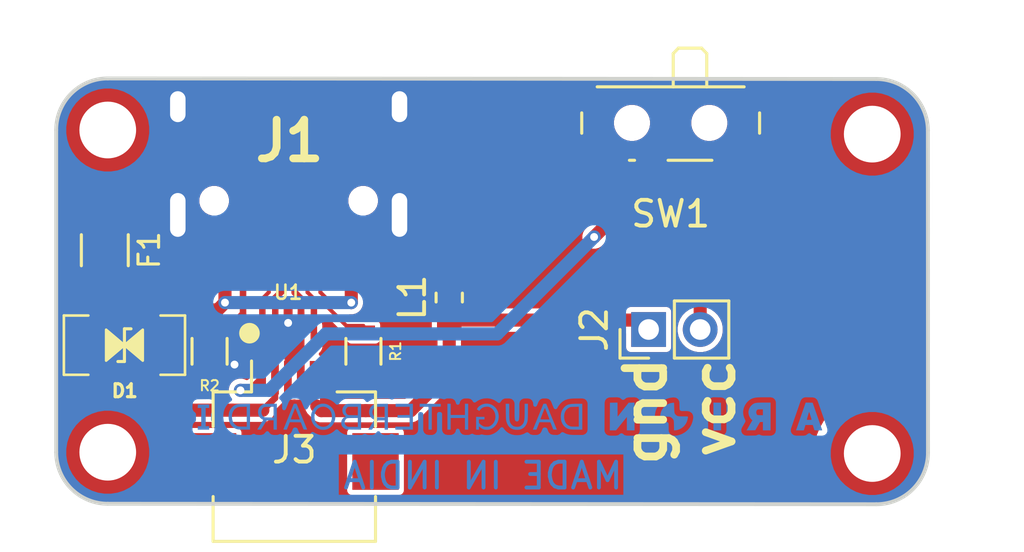
<source format=kicad_pcb>
(kicad_pcb (version 20241229) (generator "pcbnew") (generator_version "9.0")
  (title_block (title "Unified Daughterboard") (date "2020-03-22") (rev "C3") (company "Designed by the keyboard community"))
  (layers (0 "F.Cu" signal) (2 "B.Cu" signal) (13 "F.Paste" user) (15 "B.Paste" user) (5 "F.SilkS" user "F.Silkscreen") (7 "B.SilkS" user "B.Silkscreen") (1 "F.Mask" user) (3 "B.Mask" user) (25 "Edge.Cuts" user))
  (net 0 "")
  (net 1 "GND")
  (net 2 "VCC")
  (net 3 "GNDPWR")
  (net 6 "DA+")
  (net 7 "Net-(J1-CC1)")
  (net 8 "Net-(J1-CC2)")
  (net 9 "DA-")
  (net 10 "VBUS")
  (net 11 "bat+")
  (net 12 "bat in")
  (footprint "random-keyboard-parts:Generic-Mounthole" (layer "F.Cu") (at 97.6625 58.703)
    (property "Reference" "MH4" (hide yes))
    (property "Value" "Mount-M2" (hide yes))
    (pad "" np_thru_hole circle (at 0 0) (size 3.500001 3.500001) (drill 2.2) (layers "F.Cu" "F.Mask") (clearance 0.508))
  )
  (footprint "Connector_PinHeader_2.00mm:PinHeader_1x02_P2.00mm_Vertical" (layer "F.Cu") (at 88.9875 66.283 90)
    (property "Reference" "J2" (at 0 -2.11 90) (layer "F.SilkS"))
    (property "Value" "Conn_01x02_Socket")
    (pad "1" thru_hole rect (at 0 0 90) (size 1.35 1.35) (drill 0.8) (layers "*.Cu" "*.Mask") (net 1 "GND"))
    (pad "2" thru_hole circle (at 0 2 90) (size 1.35 1.35) (drill 0.8) (layers "*.Cu" "*.Mask") (net 12 "bat in"))
  )
  (footprint "Fuse:Fuse_1206_3216Metric" (layer "F.Cu") (at 67.8905 63.207 -90)
    (property "Reference" "F1" (hide yes))
    (property "Value" "ASMD1206-150")
    (fp_text user "${REFERENCE}" (at 0 -1.722 90) (layer "F.SilkS") (effects (font (size 0.8 0.8) (thickness 0.12))))
    (pad "1" smd roundrect (at -1.4 0 270) (size 1.25 1.75) (layers "F.Cu" "F.Mask" "F.Paste") (roundrect_rratio 0.2) (net 10 "VBUS"))
    (pad "2" smd roundrect (at 1.4 0 270) (size 1.25 1.75) (layers "F.Cu" "F.Mask" "F.Paste") (roundrect_rratio 0.2) (net 2 "VCC"))
  )
  (footprint "random-keyboard-parts:Generic-Mounthole" (layer "F.Cu") (at 68.0045 58.543)
    (property "Reference" "MH1")
    (property "Value" "Mount-M2" (hide yes))
    (pad "" np_thru_hole circle (at 0 0) (size 3.500001 3.500001) (drill 2.2) (layers "F.Cu" "F.Mask") (clearance 0.508))
  )
  (footprint "random-keyboard-parts:Generic-Mounthole" (layer "F.Cu") (at 97.6625 71.093)
    (property "Reference" "MH4" (hide yes))
    (property "Value" "Mount-M2" (hide yes))
    (pad "" np_thru_hole circle (at 0 0) (size 3.500001 3.500001) (drill 2.2) (layers "F.Cu" "F.Mask") (clearance 0.508))
  )
  (footprint "acheron_Connectors:TYPE-C-31-M-12" (layer "F.Cu") (at 75.0225 63.338 180)
    (property "Reference" "J1" (hide yes))
    (property "Value" "TYPE-C-31-M12_13")
    (pad "" np_thru_hole circle (at -2.89 2.051 180) (size 0.65 0.65) (drill 0.65) (layers "*.Cu" "*.Mask"))
    (pad "" np_thru_hole circle (at 2.89 2.051 180) (size 0.65 0.65) (drill 0.65) (layers "*.Cu" "*.Mask"))
    (pad "A1" smd roundrect (at -3.25 1.275 180) (size 0.6 1.45) (drill (offset 0 -0.55)) (layers "F.Cu" "F.Mask" "F.Paste") (net 3 "GNDPWR"))
    (pad "A4" smd roundrect (at -2.45 1.275 180) (size 0.6 1.45) (drill (offset 0 -0.55)) (layers "F.Cu" "F.Mask" "F.Paste") (net 10 "VBUS"))
    (pad "A5" smd roundrect (at -1.25 1.275 180) (size 0.3 1.45) (drill (offset 0 -0.55)) (layers "F.Cu" "F.Mask" "F.Paste") (net 7 "Net-(J1-CC1)"))
    (pad "A6" smd roundrect (at -0.254 1.275 180) (size 0.3 1.45) (drill (offset 0 -0.55)) (layers "F.Cu" "F.Mask" "F.Paste") (net 6 "DA+"))
    (pad "A7" smd roundrect (at 0.25 1.275 180) (size 0.3 1.45) (drill (offset 0 -0.55)) (layers "F.Cu" "F.Mask" "F.Paste") (net 9 "DA-"))
    (pad "A8" smd roundrect (at 1.25 1.275 180) (size 0.3 1.45) (drill (offset 0 -0.55)) (layers "F.Cu" "F.Mask" "F.Paste"))
    (pad "B1" smd roundrect (at 3.25 1.275 180) (size 0.6 1.45) (drill (offset 0 -0.55)) (layers "F.Cu" "F.Mask" "F.Paste") (net 3 "GNDPWR"))
    (pad "B4" smd roundrect (at 2.45 1.275 180) (size 0.6 1.45) (drill (offset 0 -0.55)) (layers "F.Cu" "F.Mask" "F.Paste") (net 10 "VBUS"))
    (pad "B5" smd roundrect (at 1.75 1.275 180) (size 0.3 1.45) (drill (offset 0 -0.55)) (layers "F.Cu" "F.Mask" "F.Paste") (net 8 "Net-(J1-CC2)"))
    (pad "B6" smd roundrect (at 0.75 1.275 180) (size 0.3 1.45) (drill (offset 0 -0.55)) (layers "F.Cu" "F.Mask" "F.Paste") (net 6 "DA+"))
    (pad "B7" smd roundrect (at -0.75 1.275 180) (size 0.3 1.45) (drill (offset 0 -0.55)) (layers "F.Cu" "F.Mask" "F.Paste") (net 9 "DA-"))
    (pad "B8" smd roundrect (at -1.75 1.275 180) (size 0.3 1.45) (drill (offset 0 -0.55)) (layers "F.Cu" "F.Mask" "F.Paste"))
    (pad "S" thru_hole oval (at -4.3 1.5 180) (size 1.1 2.2) (drill oval 0.6 1.7) (layers "*.Cu" "*.Mask") (net 3 "GNDPWR"))
    (pad "S" thru_hole oval (at -4.3 5.7 180) (size 1.3 1.9) (drill oval 0.6 1.2) (layers "*.Cu" "*.Mask") (net 3 "GNDPWR"))
    (pad "S" thru_hole oval (at 4.3 1.5 180) (size 1.1 2.2) (drill oval 0.6 1.7) (layers "*.Cu" "*.Mask") (net 3 "GNDPWR"))
    (pad "S" thru_hole oval (at 4.3 5.7 180) (size 1.3 1.9) (drill oval 0.6 1.2) (layers "*.Cu" "*.Mask") (net 3 "GNDPWR"))
  )
  (footprint "Resistors_SMD:R_0603" (layer "F.Cu") (at 71.9545 67.129 -90)
    (property "Reference" "R2" (hide yes))
    (property "Value" "5.1k")
    (fp_text user "${REFERENCE}" (at 1.334 0 180) (layer "F.SilkS") (effects (font (size 0.4 0.4) (thickness 0.075))))
    (pad "1" smd rect (at -0.75 0 270) (size 0.5 0.9) (layers "F.Cu" "F.Mask" "F.Paste") (net 8 "Net-(J1-CC2)"))
    (pad "2" smd rect (at 0.75 0 270) (size 0.5 0.9) (layers "F.Cu" "F.Mask" "F.Paste") (net 3 "GNDPWR"))
  )
  (footprint "acheron_Components:D_SOD-123_Bidirectional" (layer "F.Cu") (at 68.6525 66.89 180)
    (property "Reference" "D1" (hide yes))
    (property "Value" "SMF9.0CA")
    (fp_text user "${REFERENCE}" (at -0.01 -1.773 0) (layer "F.SilkS") (effects (font (size 0.5 0.5) (thickness 0.125))))
    (pad "1" smd roundrect (at -1.65 0 180) (size 1 1.2) (layers "F.Cu" "F.Mask" "F.Paste") (net 3 "GNDPWR"))
    (pad "2" smd roundrect (at 1.65 0 180) (size 1 1.2) (layers "F.Cu" "F.Mask" "F.Paste") (net 2 "VCC"))
  )
  (footprint "Inductor_SMD:L_0603_1608Metric_Pad1.05x0.95mm_HandSolder" (layer "F.Cu") (at 81.2525 65.043 90)
    (property "Reference" "L1" (at 0 -1.43 90) (layer "F.SilkS"))
    (property "Value" "60R@100MHz")
    (pad "1" smd roundrect (at -0.875 0 90) (size 1.05 0.95) (layers "F.Cu" "F.Mask" "F.Paste") (net 1 "GND"))
    (pad "2" smd roundrect (at 0.875 0 90) (size 1.05 0.95) (layers "F.Cu" "F.Mask" "F.Paste") (net 3 "GNDPWR"))
  )
  (footprint "acheron_Components:USON-10_2.5x1.0mm_P0.5mm" (layer "F.Cu") (at 75.0025 66.0264 90)
    (property "Reference" "U1" (hide yes))
    (property "Value" "TPD4E05U06DQAR")
    (fp_text user "${REFERENCE}" (at 1.1834 0 0) (layer "F.SilkS") (effects (font (size 0.55 0.55) (thickness 0.1))))
    (pad "1" smd roundrect (at -0.385 -1) (size 0.25 0.55) (layers "F.Cu" "F.Mask" "F.Paste") (roundrect_rratio 0.5) (net 6 "DA+"))
    (pad "2" smd rect (at -0.385 -0.5) (size 0.25 0.55) (layers "F.Cu" "F.Mask" "F.Paste") (net 9 "DA-"))
    (pad "3" smd rect (at -0.385 0) (size 0.3 0.55) (layers "F.Cu" "F.Mask" "F.Paste") (net 3 "GNDPWR"))
    (pad "4" smd rect (at -0.385 0.5) (size 0.25 0.55) (layers "F.Cu" "F.Mask" "F.Paste") (net 6 "DA+"))
    (pad "5" smd rect (at -0.385 1) (size 0.25 0.55) (layers "F.Cu" "F.Mask" "F.Paste") (net 9 "DA-"))
    (pad "6" smd rect (at 0.385 1) (size 0.25 0.55) (layers "F.Cu" "F.Mask" "F.Paste") (net 9 "DA-"))
    (pad "7" smd rect (at 0.385 0.5) (size 0.25 0.55) (layers "F.Cu" "F.Mask" "F.Paste") (net 6 "DA+"))
    (pad "8" smd rect (at 0.385 0) (size 0.3 0.55) (layers "F.Cu" "F.Mask" "F.Paste") (net 3 "GNDPWR"))
    (pad "9" smd rect (at 0.385 -0.5) (size 0.25 0.55) (layers "F.Cu" "F.Mask" "F.Paste") (net 9 "DA-"))
    (pad "10" smd rect (at 0.385 -1) (size 0.25 0.55) (layers "F.Cu" "F.Mask" "F.Paste") (net 6 "DA+"))
  )
  (footprint "Button_Switch_SMD:SW_SPDT_PCM12" (layer "F.Cu") (at 89.8425 58.598 180)
    (property "Reference" "SW1" (at 0 -3.2 0) (layer "F.SilkS"))
    (property "Value" "SW_DPDT_x2")
    (pad "" smd rect (at -3.65 -0.78 180) (size 1 0.8) (layers "F.Cu" "F.Mask" "F.Paste"))
    (pad "" smd rect (at -3.65 1.43 180) (size 1 0.8) (layers "F.Cu" "F.Mask" "F.Paste"))
    (pad "" np_thru_hole circle (at -1.5 0.33 180) (size 0.9 0.9) (drill 0.9) (layers "*.Cu" "*.Mask"))
    (pad "" np_thru_hole circle (at 1.5 0.33 180) (size 0.9 0.9) (drill 0.9) (layers "*.Cu" "*.Mask"))
    (pad "" smd rect (at 3.65 -0.78 180) (size 1 0.8) (layers "F.Cu" "F.Mask" "F.Paste"))
    (pad "" smd rect (at 3.65 1.43 180) (size 1 0.8) (layers "F.Cu" "F.Mask" "F.Paste"))
    (pad "1" smd rect (at -2.25 -1.43 180) (size 0.7 1.5) (layers "F.Cu" "F.Mask" "F.Paste"))
    (pad "2" smd rect (at 0.75 -1.43 180) (size 0.7 1.5) (layers "F.Cu" "F.Mask" "F.Paste") (net 12 "bat in"))
    (pad "3" smd rect (at 2.25 -1.43 180) (size 0.7 1.5) (layers "F.Cu" "F.Mask" "F.Paste") (net 11 "bat+"))
  )
  (footprint "Resistors_SMD:R_0603" (layer "F.Cu") (at 77.9235 67.129 -90)
    (property "Reference" "R1" (hide yes))
    (property "Value" "5.1k")
    (fp_text user "${REFERENCE}" (at 0 -1.249 90) (layer "F.SilkS") (effects (font (size 0.4 0.4) (thickness 0.075))))
    (pad "1" smd rect (at -0.75 0 270) (size 0.5 0.9) (layers "F.Cu" "F.Mask" "F.Paste") (net 7 "Net-(J1-CC1)"))
    (pad "2" smd rect (at 0.75 0 270) (size 0.5 0.9) (layers "F.Cu" "F.Mask" "F.Paste") (net 3 "GNDPWR"))
  )
  (footprint "random-keyboard-parts:Generic-Mounthole" (layer "F.Cu") (at 68.0045 71.043)
    (property "Reference" "MH3" (hide yes))
    (property "Value" "Mount-M2" (hide yes))
    (pad "" np_thru_hole circle (at 0 0) (size 3.500001 3.500001) (drill 2.2) (layers "F.Cu" "F.Mask") (clearance 0.508))
  )
  (footprint "Connector_FFC-FPC:Hirose_FH12-6S-0.5SH_1x06-1MP_P0.50mm_Horizontal" (layer "F.Cu") (at 75.2425 70.003)
    (property "Reference" "J3" (hide yes))
    (property "Value" "Conn_01x06_Pin" (hide yes))
    (fp_text user "${REFERENCE}" (at 0 0.95 0) (layer "F.SilkS"))
    (pad "1" smd rect (at -1.25 -1.85) (size 0.3 1.3) (layers "F.Cu" "F.Mask" "F.Paste") (net 11 "bat+"))
    (pad "2" smd rect (at -0.75 -1.85) (size 0.3 1.3) (layers "F.Cu" "F.Mask" "F.Paste") (net 2 "VCC"))
    (pad "3" smd rect (at -0.25 -1.85) (size 0.3 1.3) (layers "F.Cu" "F.Mask" "F.Paste") (net 6 "DA+"))
    (pad "4" smd rect (at 0.25 -1.85) (size 0.3 1.3) (layers "F.Cu" "F.Mask" "F.Paste") (net 9 "DA-"))
    (pad "5" smd rect (at 0.75 -1.85) (size 0.3 1.3) (layers "F.Cu" "F.Mask" "F.Paste") (net 1 "GND"))
    (pad "6" smd rect (at 1.25 -1.85) (size 0.3 1.3) (layers "F.Cu" "F.Mask" "F.Paste") (net 1 "GND"))
    (pad "MP" smd rect (at -3.15 1.4) (size 1.8 2.2) (layers "F.Cu" "F.Mask" "F.Paste"))
    (pad "MP" smd rect (at 3.15 1.4) (size 1.8 2.2) (layers "F.Cu" "F.Mask" "F.Paste"))
  )
  (footprint "LOGO" (layer "B.Cu") (at 83.5625 69.643 180)
    (property "Reference" "G***" (hide yes))
    (property "Value" "LOGO" (hide yes))
    (fp_poly (pts (xy -7.938632 -0.013353) (xy -7.938632 -0.552173) (xy -8.088062 -0.552173) (xy -8.237492 -0.552173) (xy -8.235158 -0.01584) (xy -8.232823 0.520493) (xy -8.085727 0.52298) (xy -7.938632 0.525467)) (fill yes) (layer "B.Cu"))
    (fp_poly (pts (xy 3.457876 0.421012) (xy 3.457876 0.362082) (xy 3.285887 0.362082) (xy 3.113899 0.362082) (xy 3.113899 -0.081468) (xy 3.113899 -0.525017) (xy 3.050534 -0.525017) (xy 2.98717 -0.525017) (xy 2.98717 -0.081663) (xy 2.98717 0.361691) (xy 2.812919 0.36415) (xy 2.638667 0.366608) (xy 2.638667 0.42092) (xy 2.638667 0.475232) (xy 3.048271 0.477588) (xy 3.457876 0.479943)) (fill yes) (layer "B.Cu"))
    (fp_poly (pts (xy -4.764466 0.523026) (xy -4.649887 0.520493) (xy -4.43633 0.2507) (xy -4.222773 -0.019092) (xy -4.220377 0.253187) (xy -4.217981 0.525466) (xy -4.071018 0.522979) (xy -3.924056 0.520493) (xy -3.921721 -0.01584) (xy -3.919386 -0.552173) (xy -4.040548 -0.552173) (xy -4.161711 -0.552173) (xy -4.371019 -0.293424) (xy -4.580328 -0.034675) (xy -4.580328 -0.293424) (xy -4.580328 -0.552173) (xy -4.729687 -0.552173) (xy -4.879045 -0.552173) (xy -4.879045 -0.013307) (xy -4.879045 0.525559)) (fill yes) (layer "B.Cu"))
    (fp_poly (pts (xy 11.84232 0.4505) (xy 12.061832 0.448076) (xy 12.064491 0.382449) (xy 12.067151 0.316822) (xy 11.998864 0.316822) (xy 11.930577 0.316822) (xy 11.930577 -0.035811) (xy 11.930577 -0.388443) (xy 11.996204 -0.391103) (xy 12.061832 -0.393763) (xy 12.064491 -0.45939) (xy 12.067151 -0.525017) (xy 11.844979 -0.525017) (xy 11.622808 -0.525017) (xy 11.622808 -0.457127) (xy 11.622808 -0.389237) (xy 11.690698 -0.389237) (xy 11.758589 -0.389237) (xy 11.758589 -0.036207) (xy 11.758589 0.316822) (xy 11.690698 0.316822) (xy 11.622808 0.316822) (xy 11.622808 0.384873) (xy 11.622808 0.452924)) (fill yes) (layer "B.Cu"))
    (fp_poly (pts (xy 4.390235 0.42092) (xy 4.390235 0.362082) (xy 4.118674 0.362082) (xy 3.847113 0.362082) (xy 3.847113 0.203824) (xy 3.847113 0.045567) (xy 4.080203 0.043151) (xy 4.313293 0.040735) (xy 4.316007 -0.011314) (xy 4.318722 -0.063363) (xy 4.082918 -0.063363) (xy 3.847113 -0.063363) (xy 3.847113 -0.235352) (xy 3.847113 -0.407341) (xy 4.1232 -0.407341) (xy 4.399287 -0.407341) (xy 4.399287 -0.466179) (xy 4.399287 -0.525017) (xy 4.059836 -0.525017) (xy 3.720385 -0.525017) (xy 3.720385 -0.022629) (xy 3.720385 0.479758) (xy 4.05531 0.479758) (xy 4.390235 0.479758)) (fill yes) (layer "B.Cu"))
    (fp_poly (pts (xy 1.701782 0.26251) (xy 1.701782 0.045261) (xy 1.977869 0.045261) (xy 2.253956 0.045261) (xy 2.253956 0.26251) (xy 2.253956 0.479758) (xy 2.31732 0.479758) (xy 2.380684 0.479758) (xy 2.380684 -0.022629) (xy 2.380684 -0.525017) (xy 2.31732 -0.525017) (xy 2.253956 -0.525017) (xy 2.253956 -0.298716) (xy 2.253956 -0.072416) (xy 1.977869 -0.072416) (xy 1.701782 -0.072416) (xy 1.701782 -0.298716) (xy 1.701782 -0.525017) (xy 1.638417 -0.525017) (xy 1.575053 -0.525017) (xy 1.575053 -0.022629) (xy 1.575053 0.479758) (xy 1.638417 0.479758) (xy 1.701782 0.479758)) (fill yes) (layer "B.Cu"))
    (fp_poly (pts (xy -2.645456 0.479601) (xy -2.546696 0.478386) (xy -2.463608 0.474471) (xy -2.393881 0.467208) (xy -2.335198 0.455951) (xy -2.285247 0.44005) (xy -2.241714 0.418858) (xy -2.202283 0.391726) (xy -2.164642 0.358007) (xy -2.147285 0.340099) (xy -2.09325 0.271769) (xy -2.054056 0.19731) (xy -2.028942 0.114621) (xy -2.017146 0.021597) (xy -2.015978 -0.022629) (xy -2.023271 -0.123805) (xy -2.044803 -0.215948) (xy -2.080056 -0.298076) (xy -2.128511 -0.36921) (xy -2.189649 -0.428369) (xy -2.251942 -0.468901) (xy -2.284988 -0.485322) (xy -2.317289 -0.498251) (xy -2.351588 -0.508088) (xy -2.390631 -0.515234) (xy -2.43716 -0.520086) (xy -2.493921 -0.523046) (xy -2.563658 -0.524512) (xy -2.636404 -0.524883) (xy -2.85139 -0.525017) (xy -2.85139 -0.022629) (xy -2.85139 -0.02175) (xy -2.71561 -0.02175) (xy -2.71561 -0.407341) (xy -2.566591 -0.407341) (xy -2.508275 -0.407045) (xy -2.464465 -0.405934) (xy -2.431572 -0.403675) (xy -2.406003 -0.399935) (xy -2.384168 -0.394381) (xy -2.368398 -0.388942) (xy -2.299169 -0.354183) (xy -2.242606 -0.306592) (xy -2.198896 -0.246453) (xy -2.168228 -0.174051) (xy -2.150789 -0.089672) (xy -2.147657 -0.054311) (xy -2.149461 0.035947) (xy -2.165587 0.118082) (xy -2.195396 0.190821) (xy -2.238248 0.252888) (xy -2.293507 0.303011) (xy -2.340966 0.331159) (xy -2.360903 0.340483) (xy -2.378824 0.347327) (xy -2.398088 0.352153) (xy -2.422055 0.355419) (xy -2.454087 0.357586) (xy -2.497543 0.359113) (xy -2.554936 0.360442) (xy -2.71561 0.36384) (xy -2.71561 -0.02175) (xy -2.85139 -0.02175) (xy -2.85139 0.479758)) (fill yes) (layer "B.Cu"))
    (fp_poly (pts (xy 10.244636 0.479601) (xy 10.340974 0.478493) (xy 10.421731 0.474894) (xy 10.489333 0.46815) (xy 10.54621 0.457608) (xy 10.594791 0.442612) (xy 10.637504 0.422511) (xy 10.676776 0.39665) (xy 10.715038 0.364375) (xy 10.731641 0.348504) (xy 10.787583 0.282362) (xy 10.828832 0.20805) (xy 10.855749 0.124502) (xy 10.868694 0.030649) (xy 10.868988 -0.057902) (xy 10.85678 -0.15802) (xy 10.83066 -0.247506) (xy 10.790962 -0.325807) (xy 10.73802 -0.392369) (xy 10.672169 -0.446636) (xy 10.615735 -0.47836) (xy 10.584106 -0.492313) (xy 10.553506 -0.503228) (xy 10.521129 -0.511463) (xy 10.48417 -0.517378) (xy 10.439825 -0.521331) (xy 10.385287 -0.523681) (xy 10.317752 -0.524787) (xy 10.25098 -0.525017) (xy 10.038703 -0.525017) (xy 10.038703 -0.022629) (xy 10.038703 -0.022615) (xy 10.165431 -0.022615) (xy 10.165431 -0.408779) (xy 10.330631 -0.405699) (xy 10.390491 -0.404406) (xy 10.435499 -0.402825) (xy 10.468905 -0.400582) (xy 10.493959 -0.397303) (xy 10.513914 -0.392613) (xy 10.532019 -0.386138) (xy 10.543448 -0.381195) (xy 10.589358 -0.353141) (xy 10.634455 -0.312709) (xy 10.673872 -0.265166) (xy 10.702741 -0.215779) (xy 10.707961 -0.203175) (xy 10.731893 -0.118925) (xy 10.741416 -0.035214) (xy 10.737184 0.04582) (xy 10.719855 0.122043) (xy 10.690085 0.191317) (xy 10.64853 0.251506) (xy 10.595846 0.300476) (xy 10.543729 0.331258) (xy 10.522493 0.340729) (xy 10.503665 0.347671) (xy 10.483827 0.352544) (xy 10.459558 0.355808) (xy 10.427438 0.357925) (xy 10.384049 0.359353) (xy 10.326105 0.360552) (xy 10.165431 0.363548) (xy 10.165431 -0.022615) (xy 10.038703 -0.022615) (xy 10.038703 0.479758)) (fill yes) (layer "B.Cu"))
    (fp_poly (pts (xy -9.811537 0.524657) (xy -9.73436 0.523297) (xy -9.670828 0.52052) (xy -9.618716 0.515912) (xy -9.575801 0.509056) (xy -9.539858 0.499535) (xy -9.508661 0.486935) (xy -9.479987 0.470839) (xy -9.45161 0.45083) (xy -9.434106 0.43702) (xy -9.385325 0.387168) (xy -9.344913 0.325581) (xy -9.315302 0.257324) (xy -9.298923 0.187461) (xy -9.296436 0.150308) (xy -9.303437 0.081322) (xy -9.323048 0.012286) (xy -9.353188 -0.051913) (xy -9.391773 -0.106382) (xy -9.416139 -0.13068) (xy -9.449847 -0.159741) (xy -9.358997 -0.317486) (xy -9.329588 -0.368525) (xy -9.301761 -0.416772) (xy -9.277347 -0.459055) (xy -9.258179 -0.492201) (xy -9.246089 -0.513038) (xy -9.245584 -0.513904) (xy -9.223021 -0.552576) (xy -9.392925 -0.550112) (xy -9.562829 -0.547647) (xy -9.654213 -0.389237) (xy -9.745596 -0.230826) (xy -9.801629 -0.228131) (xy -9.857662 -0.225436) (xy -9.857662 -0.388805) (xy -9.857662 -0.552173) (xy -10.007021 -0.552173) (xy -10.156379 -0.552173) (xy -10.156379 -0.013577) (xy -10.156379 0.149359) (xy -9.857662 0.149359) (xy -9.857662 0.036209) (xy -9.757495 0.036209) (xy -9.715252 0.036969) (xy -9.678605 0.039027) (xy -9.652029 0.042048) (xy -9.64106 0.044915) (xy -9.623655 0.063244) (xy -9.608752 0.096932) (xy -9.600835 0.126729) (xy -9.599975 0.162315) (xy -9.609349 0.200115) (xy -9.626491 0.232015) (xy -9.635918 0.242143) (xy -9.648055 0.251212) (xy -9.661925 0.257119) (xy -9.681533 0.260528) (xy -9.710879 0.262102) (xy -9.753966 0.262508) (xy -9.758595 0.26251) (xy -9.857662 0.26251) (xy -9.857662 0.149359) (xy -10.156379 0.149359) (xy -10.156379 0.525019) (xy -9.904585 0.525019)) (fill yes) (layer "B.Cu"))
    (fp_poly (pts (xy -6.363578 0.517774) (xy -6.276375 0.504307) (xy -6.192887 0.474837) (xy -6.115073 0.431271) (xy -6.044889 0.375516) (xy -5.984295 0.309479) (xy -5.935247 0.235068) (xy -5.899703 0.154191) (xy -5.879621 0.068755) (xy -5.87699 0.043666) (xy -5.872432 -0.016767) (xy -6.06143 -0.019698) (xy -6.125478 -0.020823) (xy -6.174189 -0.022129) (xy -6.210328 -0.023891) (xy -6.236663 -0.026386) (xy -6.25596 -0.02989) (xy -6.270984 -0.034679) (xy -6.284503 -0.041029) (xy -6.286636 -0.042167) (xy -6.339252 -0.080672) (xy -6.380522 -0.132629) (xy -6.387438 -0.144832) (xy -6.393268 -0.157843) (xy -6.397714 -0.173875) (xy -6.401019 -0.195609) (xy -6.403424 -0.225726) (xy -6.405172 -0.266907) (xy -6.406503 -0.321835) (xy -6.407231 -0.364344) (xy -6.410149 -0.552173) (xy -6.452491 -0.551577) (xy -6.486825 -0.548674) (xy -6.526234 -0.54197) (xy -6.544619 -0.537616) (xy -6.637532 -0.503645) (xy -6.721382 -0.454639) (xy -6.794606 -0.391892) (xy -6.855638 -0.316699) (xy -6.895031 -0.247624) (xy -6.910366 -0.210692) (xy -6.924626 -0.16785) (xy -6.936749 -0.12351) (xy -6.945672 -0.082087) (xy -6.950335 -0.047993) (xy -6.949673 -0.025642) (xy -6.94899 -0.02342) (xy -6.945074 -0.018473) (xy -6.936108 -0.014788) (xy -6.919775 -0.012187) (xy -6.893757 -0.010493) (xy -6.855736 -0.009527) (xy -6.803396 -0.009111) (xy -6.761861 -0.009051) (xy -6.693381 -0.008782) (xy -6.640164 -0.007606) (xy -6.599372 -0.00497) (xy -6.568166 -0.000322) (xy -6.543709 0.00689) (xy -6.523163 0.017219) (xy -6.503689 0.031218) (xy -6.488391 0.044184) (xy -6.468182 0.063048) (xy -6.452533 0.081537) (xy -6.440792 0.102302) (xy -6.432305 0.127997) (xy -6.426419 0.161274) (xy -6.422479 0.204787) (xy -6.419832 0.261189) (xy -6.41789 0.3304) (xy -6.413364 0.520493)) (fill yes) (layer "B.Cu"))
    (fp_poly (pts (xy -0.61547 0.201408) (xy -0.614972 0.097299) (xy -0.613291 0.009379) (xy -0.610062 -0.064245) (xy -0.604921 -0.125468) (xy -0.597504 -0.176187) (xy -0.587447 -0.218295) (xy -0.574385 -0.253689) (xy -0.557954 -0.284262) (xy -0.53779 -0.311911) (xy -0.513528 -0.33853) (xy -0.511237 -0.340834) (xy -0.464225 -0.379352) (xy -0.41301 -0.403499) (xy -0.353991 -0.414501) (xy -0.29491 -0.414426) (xy -0.223639 -0.40287) (xy -0.16397 -0.377733) (xy -0.114736 -0.338269) (xy -0.07477 -0.283731) (xy -0.066379 -0.268221) (xy -0.054024 -0.242125) (xy -0.043949 -0.215539) (xy -0.035927 -0.186324) (xy -0.029733 -0.152344) (xy -0.025141 -0.111462) (xy -0.021926 -0.061539) (xy -0.019862 -0.000439) (xy -0.018724 0.073974) (xy -0.018287 0.16384) (xy -0.018261 0.18783) (xy -0.018104 0.479758) (xy 0.050819 0.479758) (xy 0.119742 0.479758) (xy 0.115393 0.169726) (xy 0.114107 0.084516) (xy 0.112791 0.01518) (xy 0.111312 -0.040513) (xy 0.109532 -0.084792) (xy 0.107316 -0.119888) (xy 0.104529 -0.14803) (xy 0.101035 -0.171448) (xy 0.096698 -0.192374) (xy 0.092322 -0.209591) (xy 0.060622 -0.299848) (xy 0.018297 -0.375495) (xy -0.034556 -0.436456) (xy -0.097841 -0.482656) (xy -0.171461 -0.514019) (xy -0.25532 -0.530468) (xy -0.31953 -0.533077) (xy -0.359041 -0.531439) (xy -0.397495 -0.52815) (xy -0.42385 -0.524383) (xy -0.499901 -0.500618) (xy -0.566943 -0.461362) (xy -0.624129 -0.407281) (xy -0.670616 -0.339044) (xy -0.678964 -0.322929) (xy -0.694753 -0.289709) (xy -0.707677 -0.258807) (xy -0.718021 -0.22796) (xy -0.726069 -0.194904) (xy -0.732107 -0.157376) (xy -0.736419 -0.113112) (xy -0.73929 -0.059849) (xy -0.741006 0.004676) (xy -0.74185 0.082728) (xy -0.742108 0.176569) (xy -0.74211 0.178778) (xy -0.742267 0.479758) (xy -0.678903 0.479758) (xy -0.615538 0.479758)) (fill yes) (layer "B.Cu"))
    (fp_poly (pts (xy -11.392205 0.165428) (xy -11.36251 0.079768) (xy -11.332079 -0.008019) (xy -11.302004 -0.094785) (xy -11.273375 -0.177384) (xy -11.247284 -0.252668) (xy -11.22482 -0.317489) (xy -11.207076 -0.368701) (xy -11.205449 -0.373396) (xy -11.143514 -0.552173) (xy -11.295181 -0.552173) (xy -11.446848 -0.552173) (xy -11.478253 -0.448104) (xy -11.509658 -0.344036) (xy -11.651839 -0.344006) (xy -11.79402 -0.343976) (xy -11.822072 -0.43676) (xy -11.833964 -0.476002) (xy -11.844111 -0.509312) (xy -11.851246 -0.532543) (xy -11.853858 -0.540858) (xy -11.860339 -0.545331) (xy -11.877623 -0.548562) (xy -11.907565 -0.550689) (xy -11.952015 -0.551847) (xy -12.008217 -0.552173) (xy -12.158841 -0.552173) (xy -12.153593 -0.531806) (xy -12.14973 -0.519782) (xy -12.140426 -0.492219) (xy -12.126216 -0.450668) (xy -12.107635 -0.396681) (xy -12.085221 -0.331806) (xy -12.059507 -0.257596) (xy -12.031031 -0.1756) (xy -12.015566 -0.131161) (xy -11.746228 -0.131161) (xy -11.746226 -0.137279) (xy -11.738738 -0.141285) (xy -11.720961 -0.143597) (xy -11.690091 -0.144636) (xy -11.654849 -0.144832) (xy -11.61206 -0.144581) (xy -11.584406 -0.143487) (xy -11.568919 -0.14104) (xy -11.562634 -0.136729) (xy -11.562583 -0.130042) (xy -11.562874 -0.128991) (xy -11.566918 -0.114999) (xy -11.574931 -0.087102) (xy -11.585909 -0.048804) (xy -11.598848 -0.003606) (xy -11.605058 0.018105) (xy -11.618613 0.064827) (xy -11.630856 0.105764) (xy -11.640754 0.137557) (xy -11.647274 0.156844) (xy -11.648868 0.160616) (xy -11.653337 0.156222) (xy -11.661772 0.136977) (xy -11.673227 0.105452) (xy -11.686751 0.064221) (xy -11.698064 0.027191) (xy -11.712728 -0.022009) (xy -11.725886 -0.065727) (xy -11.736562 -0.100743) (xy -11.743776 -0.123841) (xy -11.746228 -0.131161) (xy -12.015566 -0.131161) (xy -12.000327 -0.087369) (xy -11.968288 0.004527) (xy -11.788231 0.520493) (xy -11.652628 0.522984) (xy -11.517026 0.525475)) (fill yes) (layer "B.Cu"))
    (fp_poly (pts (xy 9.248913 0.47802) (xy 9.500107 0.475232) (xy 9.558041 0.443828) (xy 9.620217 0.400424) (xy 9.669297 0.345927) (xy 9.704352 0.282648) (xy 9.724454 0.212899) (xy 9.728672 0.138994) (xy 9.716078 0.063242) (xy 9.713924 0.05587) (xy 9.68852 -0.002536) (xy 9.65091 -0.056032) (xy 9.604939 -0.099988) (xy 9.562706 -0.126137) (xy 9.53749 -0.139907) (xy 9.528139 -0.150552) (xy 9.529828 -0.156555) (xy 9.537983 -0.168375) (xy 9.553545 -0.192223) (xy 9.574879 -0.225493) (xy 9.600347 -0.265579) (xy 9.628316 -0.309873) (xy 9.657149 -0.355769) (xy 9.685211 -0.400661) (xy 9.710866 -0.441941) (xy 9.732477 -0.477004) (xy 9.748411 -0.503242) (xy 9.75703 -0.518048) (xy 9.75809 -0.520321) (xy 9.749758 -0.522518) (xy 9.727643 -0.524165) (xy 9.696063 -0.524978) (xy 9.686827 -0.525017) (xy 9.615564 -0.525017) (xy 9.502668 -0.346239) (xy 9.389771 -0.167462) (xy 9.257109 -0.164957) (xy 9.124447 -0.162452) (xy 9.124447 -0.343734) (xy 9.124447 -0.525017) (xy 9.061083 -0.525017) (xy 8.997719 -0.525017) (xy 8.997719 -0.022105) (xy 8.997719 0.15359) (xy 9.124447 0.15359) (xy 9.124447 -0.055977) (xy 9.29938 -0.052881) (xy 9.359842 -0.05174) (xy 9.405093 -0.050507) (xy 9.438024 -0.048808) (xy 9.461525 -0.046268) (xy 9.478488 -0.042509) (xy 9.491804 -0.037158) (xy 9.504363 -0.029837) (xy 9.511212 -0.025354) (xy 9.550107 0.010572) (xy 9.577234 0.056641) (xy 9.592595 0.109238) (xy 9.596189 0.164748) (xy 9.588015 0.219554) (xy 9.568073 0.270042) (xy 9.536364 0.312596) (xy 9.511226 0.333124) (xy 9.49799 0.34156) (xy 9.485457 0.347836) (xy 9.470738 0.352323) (xy 9.450944 0.355394) (xy 9.423185 0.357419) (xy 9.384572 0.358771) (xy 9.332215 0.35982) (xy 9.299395 0.360357) (xy 9.124447 0.363158) (xy 9.124447 0.15359) (xy 8.997719 0.15359) (xy 8.997719 0.480807)) (fill yes) (layer "B.Cu"))
    (fp_poly (pts (xy -1.206361 0.14257) (xy -1.172989 0.060581) (xy -1.138818 -0.023311) (xy -1.105127 -0.10597) (xy -1.073196 -0.18426) (xy -1.044304 -0.255046) (xy -1.019728 -0.315191) (xy -1.001463 -0.359818) (xy -0.933759 -0.525017) (xy -1.003948 -0.525017) (xy -1.074137 -0.525017) (xy -1.131568 -0.380025) (xy -1.188998 -0.235032) (xy -1.401048 -0.237455) (xy -1.613097 -0.239878) (xy -1.669212 -0.380185) (xy -1.725327 -0.520491) (xy -1.795041 -0.523135) (xy -1.864755 -0.525779) (xy -1.847494 -0.482401) (xy -1.840524 -0.465141) (xy -1.82746 -0.433046) (xy -1.809085 -0.388027) (xy -1.78618 -0.331996) (xy -1.759528 -0.266864) (xy -1.729909 -0.194545) (xy -1.702929 -0.128715) (xy -1.579107 -0.128715) (xy -1.569705 -0.129415) (xy -1.545009 -0.129864) (xy -1.507829 -0.130049) (xy -1.460975 -0.129957) (xy -1.407255 -0.129577) (xy -1.401562 -0.129522) (xy -1.339044 -0.128664) (xy -1.292665 -0.127399) (xy -1.260462 -0.125571) (xy -1.240472 -0.123026) (xy -1.23073 -0.11961) (xy -1.229034 -0.115943) (xy -1.232869 -0.104559) (xy -1.242363 -0.078705) (xy -1.25661 -0.040783) (xy -1.274703 0.006806) (xy -1.295734 0.06166) (xy -1.314913 0.111357) (xy -1.342498 0.181772) (xy -1.364525 0.236024) (xy -1.381413 0.275034) (xy -1.393582 0.299729) (xy -1.40145 0.311032) (xy -1.405207 0.310501) (xy -1.418863 0.277704) (xy -1.43606 0.235624) (xy -1.45576 0.18688) (xy -1.476928 0.13409) (xy -1.498525 0.079874) (xy -1.519516 0.026851) (xy -1.538863 -0.022362) (xy -1.555529 -0.065144) (xy -1.568478 -0.098877) (xy -1.576673 -0.120943) (xy -1.579107 -0.128715) (xy -1.702929 -0.128715) (xy -1.698107 -0.11695) (xy -1.672419 -0.054311) (xy -1.638867 0.027492) (xy -1.606392 0.106694) (xy -1.57586 0.181183) (xy -1.548134 0.248849) (xy -1.524079 0.307582) (xy -1.504559 0.355271) (xy -1.49044 0.389806) (xy -1.48421 0.405079) (xy -1.453816 0.479758) (xy -1.398685 0.479758) (xy -1.343554 0.479758)) (fill yes) (layer "B.Cu"))
    (fp_poly (pts (xy 8.286147 0.479531) (xy 8.341447 0.479303) (xy 8.542942 -0.016068) (xy 8.579358 -0.10571) (xy 8.613655 -0.190359) (xy 8.645236 -0.26853) (xy 8.673507 -0.338737) (xy 8.69787 -0.399492) (xy 8.717729 -0.449309) (xy 8.732489 -0.486703) (xy 8.741554 -0.510187) (xy 8.74435 -0.518228) (xy 8.736 -0.521501) (xy 8.714024 -0.523909) (xy 8.682897 -0.524996) (xy 8.677659 -0.525017) (xy 8.611057 -0.525017) (xy 8.553194 -0.380178) (xy 8.495331 -0.235338) (xy 8.28297 -0.237608) (xy 8.07061 -0.239878) (xy 8.01531 -0.380185) (xy 7.960011 -0.520491) (xy 7.889361 -0.523155) (xy 7.852925 -0.523878) (xy 7.831814 -0.52241) (xy 7.823344 -0.51838) (xy 7.823388 -0.514103) (xy 7.82759 -0.503801) (xy 7.838042 -0.478261) (xy 7.854126 -0.438993) (xy 7.875222 -0.387509) (xy 7.900711 -0.32532) (xy 7.929973 -0.253937) (xy 7.962389 -0.174871) (xy 7.981422 -0.128453) (xy 8.106326 -0.128453) (xy 8.10635 -0.128493) (xy 8.115824 -0.129259) (xy 8.140587 -0.12976) (xy 8.177825 -0.129981) (xy 8.224722 -0.129906) (xy 8.278466 -0.12952) (xy 8.284116 -0.129464) (xy 8.346665 -0.128583) (xy 8.39306 -0.127298) (xy 8.425251 -0.125454) (xy 8.445186 -0.122898) (xy 8.454815 -0.119477) (xy 8.45638 -0.115886) (xy 8.452426 -0.104395) (xy 8.442827 -0.07857) (xy 8.428543 -0.040932) (xy 8.410535 0.005997) (xy 8.389762 0.059695) (xy 8.376735 0.093183) (xy 8.354519 0.150218) (xy 8.334203 0.202448) (xy 8.316817 0.247227) (xy 8.303384 0.28191) (xy 8.294934 0.303852) (xy 8.292761 0.309583) (xy 8.289209 0.312034) (xy 8.282979 0.305386) (xy 8.273438 0.288294) (xy 8.259951 0.259414) (xy 8.241887 0.217403) (xy 8.21861 0.160917) (xy 8.19464 0.101484) (xy 8.17075 0.041524) (xy 8.149405 -0.012706) (xy 8.131448 -0.059014) (xy 8.117721 -0.095203) (xy 8.109066 -0.119081) (xy 8.106326 -0.128453) (xy 7.981422 -0.128453) (xy 7.997339 -0.089634) (xy 8.029457 -0.011314) (xy 8.230848 0.479758)) (fill yes) (layer "B.Cu"))
    (fp_poly (pts (xy 7.247337 0.483574) (xy 7.267845 0.480908) (xy 7.352343 0.45892) (xy 7.430135 0.420812) (xy 7.499954 0.367735) (xy 7.560529 0.300838) (xy 7.610592 0.221269) (xy 7.646123 0.138302) (xy 7.658085 0.100445) (xy 7.665448 0.066676) (xy 7.669231 0.030068) (xy 7.670453 -0.016306) (xy 7.670481 -0.027155) (xy 7.669646 -0.076197) (xy 7.666457 -0.114128) (xy 7.659888 -0.147893) (xy 7.648914 -0.184437) (xy 7.645973 -0.193059) (xy 7.606919 -0.281181) (xy 7.555093 -0.358519) (xy 7.491952 -0.423661) (xy 7.418956 -0.475193) (xy 7.337562 -0.511703) (xy 7.307765 -0.520566) (xy 7.254126 -0.529784) (xy 7.193365 -0.532772) (xy 7.133723 -0.529515) (xy 7.086717 -0.520936) (xy 7.004617 -0.489193) (xy 6.930319 -0.442396) (xy 6.865308 -0.382455) (xy 6.81107 -0.311282) (xy 6.769089 -0.230789) (xy 6.74085 -0.142887) (xy 6.728472 -0.059864) (xy 6.729344 -0.009576) (xy 6.862787 -0.009576) (xy 6.863316 -0.053021) (xy 6.866213 -0.098249) (xy 6.870811 -0.132088) (xy 6.878652 -0.16125) (xy 6.891276 -0.192448) (xy 6.899258 -0.209639) (xy 6.929443 -0.26223) (xy 6.967008 -0.311033) (xy 7.007882 -0.351381) (xy 7.045742 -0.377464) (xy 7.112181 -0.403107) (xy 7.182781 -0.414398) (xy 7.25306 -0.411195) (xy 7.318537 -0.393358) (xy 7.333702 -0.38656) (xy 7.397775 -0.345699) (xy 7.450458 -0.292837) (xy 7.491388 -0.230331) (xy 7.520203 -0.16054) (xy 7.536541 -0.08582) (xy 7.540037 -0.00853) (xy 7.530331 0.068975) (xy 7.507058 0.144335) (xy 7.469857 0.215193) (xy 7.433615 0.262815) (xy 7.380062 0.310639) (xy 7.318469 0.343813) (xy 7.251642 0.36218) (xy 7.182385 0.365584) (xy 7.113506 0.353871) (xy 7.047808 0.326884) (xy 6.991343 0.287347) (xy 6.937244 0.228227) (xy 6.897613 0.158575) (xy 6.872708 0.079078) (xy 6.862787 -0.009576) (xy 6.729344 -0.009576) (xy 6.730049 0.031054) (xy 6.746823 0.117874) (xy 6.77729 0.199084) (xy 6.81994 0.273173) (xy 6.873269 0.338632) (xy 6.935769 0.393948) (xy 7.005932 0.437611) (xy 7.082253 0.46811) (xy 7.163223 0.483934)) (fill yes) (layer "B.Cu"))
    (fp_poly (pts (xy 4.940146 0.47802) (xy 5.014285 0.477148) (xy 5.072638 0.476241) (xy 5.11752 0.475107) (xy 5.151248 0.47355) (xy 5.176139 0.471379) (xy 5.194509 0.468399) (xy 5.208674 0.464417) (xy 5.220952 0.45924) (xy 5.231796 0.453669) (xy 5.278297 0.426479) (xy 5.313421 0.399367) (xy 5.343181 0.367361) (xy 5.355358 0.351494) (xy 5.392906 0.286498) (xy 5.414737 0.216991) (xy 5.42095 0.145771) (xy 5.411642 0.075635) (xy 5.386911 0.009381) (xy 5.346855 -0.050192) (xy 5.341082 -0.056695) (xy 5.31257 -0.08419) (xy 5.281858 -0.108131) (xy 5.257559 -0.122339) (xy 5.233985 -0.132702) (xy 5.218593 -0.139666) (xy 5.215725 -0.141084) (xy 5.219586 -0.148867) (xy 5.231908 -0.169815) (xy 5.251407 -0.201838) (xy 5.2768 -0.242843) (xy 5.306804 -0.290738) (xy 5.331138 -0.329254) (xy 5.363892 -0.381103) (xy 5.393161 -0.427788) (xy 5.417623 -0.467171) (xy 5.435958 -0.497115) (xy 5.446841 -0.515482) (xy 5.449323 -0.520348) (xy 5.440992 -0.522534) (xy 5.418884 -0.524173) (xy 5.387322 -0.524979) (xy 5.378246 -0.525017) (xy 5.30717 -0.525017) (xy 5.194128 -0.346239) (xy 5.081086 -0.167462) (xy 4.948383 -0.164957) (xy 4.81568 -0.162452) (xy 4.81568 -0.343734) (xy 4.81568 -0.525017) (xy 4.752316 -0.525017) (xy 4.688952 -0.525017) (xy 4.688952 -0.022105) (xy 4.688952 0.153052) (xy 4.81568 0.153052) (xy 4.81568 -0.055977) (xy 4.990614 -0.052881) (xy 5.051075 -0.05174) (xy 5.096326 -0.050507) (xy 5.129257 -0.048808) (xy 5.152758 -0.046268) (xy 5.169721 -0.042509) (xy 5.183037 -0.037158) (xy 5.195596 -0.029837) (xy 5.202445 -0.025354) (xy 5.241428 0.010682) (xy 5.268743 0.057107) (xy 5.284127 0.110251) (xy 5.287315 0.166443) (xy 5.278043 0.222013) (xy 5.25605 0.27329) (xy 5.226615 0.3113) (xy 5.208124 0.328256) (xy 5.189343 0.340988) (xy 5.167375 0.35009) (xy 5.139325 0.356156) (xy 5.102296 0.35978) (xy 5.053391 0.361555) (xy 4.989715 0.362075) (xy 4.978908 0.362082) (xy 4.81568 0.362082) (xy 4.81568 0.153052) (xy 4.688952 0.153052) (xy 4.688952 0.480807)) (fill yes) (layer "B.Cu"))
    (fp_poly (pts (xy 0.923276 0.48178) (xy 0.932863 0.480399) (xy 1.008481 0.461756) (xy 1.07911 0.430887) (xy 1.141384 0.389898) (xy 1.191933 0.340896) (xy 1.219732 0.300861) (xy 1.239637 0.265444) (xy 1.192359 0.232093) (xy 1.145082 0.198741) (xy 1.126978 0.223836) (xy 1.07552 0.283301) (xy 1.018275 0.326038) (xy 0.953471 0.352973) (xy 0.879338 0.365033) (xy 0.855226 0.365887) (xy 0.815297 0.365369) (xy 0.785542 0.361732) (xy 0.758089 0.353268) (xy 0.725064 0.338271) (xy 0.722862 0.33719) (xy 0.658632 0.296239) (xy 0.606481 0.244101) (xy 0.566385 0.183048) (xy 0.538319 0.115356) (xy 0.522258 0.043297) (xy 0.518177 -0.030853) (xy 0.526052 -0.104822) (xy 0.545856 -0.176334) (xy 0.577566 -0.243115) (xy 0.621157 -0.302893) (xy 0.676603 -0.353391) (xy 0.73079 -0.386229) (xy 0.759303 -0.399064) (xy 0.784782 -0.40678) (xy 0.813723 -0.41062) (xy 0.852617 -0.41183) (xy 0.864659 -0.411867) (xy 0.906184 -0.41122) (xy 0.93642 -0.408326) (xy 0.962162 -0.401757) (xy 0.990206 -0.390084) (xy 1.007186 -0.381901) (xy 1.04603 -0.359492) (xy 1.085819 -0.331359) (xy 1.113357 -0.30781) (xy 1.15866 -0.263684) (xy 1.15866 -0.195206) (xy 1.15866 -0.126728) (xy 1.050035 -0.126728) (xy 0.941411 -0.126728) (xy 0.941411 -0.076942) (xy 0.941411 -0.027155) (xy 1.104348 -0.027155) (xy 1.267284 -0.027155) (xy 1.267284 -0.276086) (xy 1.267284 -0.525017) (xy 1.212972 -0.525017) (xy 1.15866 -0.525017) (xy 1.15866 -0.46169) (xy 1.15866 -0.398362) (xy 1.103871 -0.442512) (xy 1.068696 -0.467841) (xy 1.029993 -0.491142) (xy 0.997509 -0.506775) (xy 0.943785 -0.521743) (xy 0.881175 -0.529901) (xy 0.817202 -0.530849) (xy 0.759388 -0.52419) (xy 0.742885 -0.520239) (xy 0.669419 -0.490912) (xy 0.598879 -0.446068) (xy 0.534652 -0.38829) (xy 0.480126 -0.32016) (xy 0.479885 -0.3198) (xy 0.433705 -0.235468) (xy 0.403576 -0.146216) (xy 0.389361 -0.05432) (xy 0.390926 0.037942) (xy 0.408134 0.128291) (xy 0.440849 0.214451) (xy 0.488936 0.294142) (xy 0.518672 0.330817) (xy 0.586316 0.393936) (xy 0.661892 0.441059) (xy 0.744107 0.471719) (xy 0.831666 0.485448)) (fill yes) (layer "B.Cu"))
    (fp_poly (pts (xy 6.088277 0.479358) (xy 6.165072 0.478149) (xy 6.224307 0.476124) (xy 6.266243 0.473272) (xy 6.291144 0.469584) (xy 6.293296 0.468997) (xy 6.332954 0.449846) (xy 6.373052 0.418206) (xy 6.408578 0.378852) (xy 6.43452 0.336557) (xy 6.436144 0.332929) (xy 6.450056 0.29159) (xy 6.456263 0.246147) (xy 6.456986 0.21966) (xy 6.449531 0.153297) (xy 6.427661 0.094501) (xy 6.392531 0.045775) (xy 6.366238 0.022899) (xy 6.344713 0.006375) (xy 6.330777 -0.006026) (xy 6.327923 -0.00994) (xy 6.335036 -0.016547) (xy 6.353644 -0.026959) (xy 6.364309 -0.032011) (xy 6.403236 -0.057134) (xy 6.440319 -0.094206) (xy 6.470421 -0.137377) (xy 6.4851 -0.169576) (xy 6.495007 -0.214216) (xy 6.498461 -0.265775) (xy 6.495394 -0.316132) (xy 6.486684 -0.354609) (xy 6.457772 -0.408982) (xy 6.41319 -0.45511) (xy 6.356503 -0.490756) (xy 6.296136 -0.520491) (xy 6.013036 -0.523231) (xy 5.729936 -0.52597) (xy 5.729936 -0.243931) (xy 5.856664 -0.243931) (xy 5.856664 -0.416393) (xy 6.044494 -0.416194) (xy 6.109518 -0.415939) (xy 6.159204 -0.415193) (xy 6.196315 -0.413747) (xy 6.223614 -0.411396) (xy 6.243867 -0.407932) (xy 6.259835 -0.403148) (xy 6.268906 -0.399378) (xy 6.311862 -0.370989) (xy 6.344578 -0.331568) (xy 6.364786 -0.285255) (xy 6.370215 -0.236188) (xy 6.368085 -0.218491) (xy 6.352362 -0.168902) (xy 6.326585 -0.12589) (xy 6.298156 -0.098071) (xy 6.287928 -0.091261) (xy 6.277149 -0.086053) (xy 6.263295 -0.082193) (xy 6.243847 -0.079426) (xy 6.216283 -0.077494) (xy 6.178082 -0.076145) (xy 6.126722 -0.07512) (xy 6.062598 -0.074205) (xy 5.856664 -0.071469) (xy 5.856664 -0.243931) (xy 5.729936 -0.243931) (xy 5.729936 -0.023106) (xy 5.729936 0.198637) (xy 5.856664 0.198637) (xy 5.856664 0.035193) (xy 6.044494 0.037964) (xy 6.107629 0.038983) (xy 6.155337 0.04012) (xy 6.190296 0.041669) (xy 6.215183 0.043925) (xy 6.232675 0.047181) (xy 6.245448 0.051731) (xy 6.25618 0.057871) (xy 6.261947 0.061864) (xy 6.296524 0.097199) (xy 6.318967 0.143453) (xy 6.327354 0.196595) (xy 6.32737 0.199076) (xy 6.321527 0.252256) (xy 6.302726 0.295509) (xy 6.269565 0.332804) (xy 6.236219 0.362082) (xy 6.046442 0.362082) (xy 5.856664 0.362082) (xy 5.856664 0.198637) (xy 5.729936 0.198637) (xy 5.729936 0.479758) (xy 5.993657 0.479758)) (fill yes) (layer "B.Cu"))
  )
  (footprint "LOGO" (layer "B.Cu") (at 83.5625 69.643 180)
    (property "Reference" "G***" (hide yes))
    (property "Value" "LOGO" (hide yes))
  )
  (gr_line (start 68.0045 56.543) (end 97.8204 56.565107) (stroke (width 0.15)) (layer "Edge.Cuts"))
  (gr_line (start 99.824607 71.060893) (end 99.820393 58.565107) (stroke (width 0.15)) (layer "Edge.Cuts"))
  (gr_arc (start 66.0045 58.543) (mid 66.590286 57.128786) (end 68.0045 56.543) (stroke (width 0.15)) (layer "Edge.Cuts"))
  (gr_line (start 66.0045 71.043) (end 66.0045 58.543) (stroke (width 0.15)) (layer "Edge.Cuts"))
  (gr_arc (start 99.824607 71.060893) (mid 99.238821 72.475107) (end 97.824607 73.060893) (stroke (width 0.15)) (layer "Edge.Cuts"))
  (gr_arc (start 97.820393 56.565107) (mid 99.234607 57.150893) (end 99.820393 58.565107) (stroke (width 0.15)) (layer "Edge.Cuts"))
  (gr_line (start 97.817117 73.060893) (end 68.0045 73.043) (stroke (width 0.15)) (layer "Edge.Cuts"))
  (gr_arc (start 68.0045 73.043) (mid 66.590286 72.457214) (end 66.0045 71.043) (stroke (width 0.15)) (layer "Edge.Cuts"))
  (gr_text "MADE IN INDIA" (at 88.0625 72.543 0) (layer "B.Cu") (effects (font (size 1 1)) (justify left bottom mirror)))
  (gr_text "vcc" (at 92.4025 71.393 90) (layer "F.SilkS") (effects (font (size 1.5 1.5) (thickness 0.3) (bold yes)) (justify left bottom)))
  (gr_text "J1\n" (at 73.5725 59.843 0) (layer "F.SilkS") (effects (font (size 1.5 1.5) (thickness 0.3) (bold yes)) (justify left bottom)))
  (gr_text "gnd" (at 89.7525 71.693 90) (layer "F.SilkS") (effects (font (size 1.5 1.5) (thickness 0.3) (bold yes)) (justify left bottom)))
  (segment (start 68.0045 71.043) (end 68.0045 70.95) (width 0.508) (layer "F.Cu") (net 0))
  (segment (start 81.2525 65.918) (end 88.6225 65.918) (width 0.508) (layer "F.Cu") (net 1))
  (segment (start 75.9925 69.133) (end 76.2895 69.43) (width 0.254) (layer "F.Cu") (net 1))
  (segment (start 88.6225 65.918) (end 88.9875 66.283) (width 0.508) (layer "F.Cu") (net 1))
  (segment (start 78.0125 69.43) (end 76.7725 69.43) (width 0.508) (layer "F.Cu") (net 1))
  (segment (start 76.7725 69.43) (end 76.2895 69.43) (width 0.508) (layer "F.Cu") (net 1))
  (segment (start 80.3974 68.7879) (end 81.2525 67.9328) (width 0.508) (layer "F.Cu") (net 1))
  (segment (start 79.7553 69.43) (end 80.3974 68.7879) (width 0.508) (layer "F.Cu") (net 1))
  (segment (start 75.9925 68.153) (end 75.9925 69.133) (width 0.254) (layer "F.Cu") (net 1))
  (segment (start 76.4925 68.153) (end 76.4925 69.15) (width 0.508) (layer "F.Cu") (net 1))
  (segment (start 78.0125 69.43) (end 79.7553 69.43) (width 0.508) (layer "F.Cu") (net 1))
  (segment (start 81.2525 67.9328) (end 81.2525 65.918) (width 0.508) (layer "F.Cu") (net 1))
  (segment (start 76.2895 69.43) (end 76.1125 69.253) (width 0.508) (layer "F.Cu") (net 1))
  (segment (start 76.4925 69.15) (end 76.7725 69.43) (width 0.508) (layer "F.Cu") (net 1))
  (segment (start 74.4925 68.153) (end 74.4925 68.943) (width 0.254) (layer "F.Cu") (net 2))
  (segment (start 72.8425 69.413) (end 74.0225 69.413) (width 0.508) (layer "F.Cu") (net 2))
  (segment (start 67.1295 65.368) (end 67.8905 64.607) (width 0.508) (layer "F.Cu") (net 2))
  (segment (start 67.0025 65.495) (end 67.8905 64.607) (width 0.508) (layer "F.Cu") (net 2))
  (segment (start 67.0025 66.89) (end 67.0025 65.495) (width 0.508) (layer "F.Cu") (net 2))
  (segment (start 74.0225 69.413) (end 73.5025 69.413) (width 0.254) (layer "F.Cu") (net 2))
  (segment (start 67.0025 67.511) (end 67.707 68.2155) (width 0.508) (layer "F.Cu") (net 2))
  (segment (start 74.2325 69.203) (end 74.0225 69.413) (width 0.254) (layer "F.Cu") (net 2))
  (segment (start 70.4285 69.413) (end 72.8425 69.413) (width 0.508) (layer "F.Cu") (net 2))
  (segment (start 67.707 68.2155) (end 68.596 68.2155) (width 0.508) (layer "F.Cu") (net 2))
  (segment (start 67.0025 66.89) (end 67.0025 67.511) (width 0.508) (layer "F.Cu") (net 2))
  (segment (start 69.6505 68.635) (end 70.4285 69.413) (width 0.508) (layer "F.Cu") (net 2))
  (segment (start 69.231 68.2155) (end 69.6505 68.635) (width 0.508) (layer "F.Cu") (net 2))
  (segment (start 74.4925 68.943) (end 74.2325 69.203) (width 0.254) (layer "F.Cu") (net 2))
  (segment (start 68.596 68.2155) (end 69.231 68.2155) (width 0.508) (layer "F.Cu") (net 2))
  (segment (start 69.6505 68.635) (end 70.0645 69.049) (width 0.508) (layer "F.Cu") (net 2))
  (segment (start 68.074 68.2155) (end 68.596 68.2155) (width 0.508) (layer "F.Cu") (net 2))
  (segment (start 71.9545 67.879) (end 72.6865 67.879) (width 0.508) (layer "F.Cu") (net 3))
  (segment (start 72.6865 67.879) (end 72.9225 67.643) (width 0.508) (layer "F.Cu") (net 3))
  (via (at 75.0025 66.0264) (size 0.45) (drill 0.3048) (layers "F.Cu" "B.Cu") (net 3))
  (via (at 72.9225 67.643) (size 0.508) (drill 0.3048) (layers "F.Cu" "B.Cu") (net 3))
  (segment (start 74.5391 66.0264) (end 72.9225 67.643) (width 0.508) (layer "B.Cu") (net 3))
  (segment (start 75.0025 66.0264) (end 74.5391 66.0264) (width 0.508) (layer "B.Cu") (net 3))
  (segment (start 75.2565 62.083) (end 75.2765 62.063) (width 0.254) (layer "F.Cu") (net 6))
  (segment (start 74.9925 68.153) (end 74.9925 67.4) (width 0.254) (layer "F.Cu") (net 6))
  (segment (start 74.0025 66.4114) (end 74.0025 65.088828) (width 0.1524) (layer "F.Cu") (net 6))
  (segment (start 75.2565 64.842828) (end 75.2565 62.083) (width 0.254) (layer "F.Cu") (net 6))
  (segment (start 74.2525 64.838828) (end 74.2525 62.083) (width 0.1524) (layer "F.Cu") (net 6))
  (segment (start 75.5025 66.89) (end 75.5025 66.4114) (width 0.254) (layer "F.Cu") (net 6))
  (segment (start 74.9925 67.4) (end 75.336 67.0565) (width 0.254) (layer "F.Cu") (net 6))
  (segment (start 74.356 67.0565) (end 75.336 67.0565) (width 0.254) (layer "F.Cu") (net 6))
  (segment (start 75.336 67.0565) (end 75.5025 66.89) (width 0.254) (layer "F.Cu") (net 6))
  (segment (start 75.5025 65.088828) (end 75.2565 64.842828) (width 0.254) (layer "F.Cu") (net 6))
  (segment (start 74.0025 65.088828) (end 74.2525 64.838828) (width 0.1524) (layer "F.Cu") (net 6))
  (segment (start 74.0025 66.4114) (end 74.0025 66.703) (width 0.254) (layer "F.Cu") (net 6))
  (segment (start 74.0025 66.703) (end 74.356 67.0565) (width 0.254) (layer "F.Cu") (net 6))
  (segment (start 75.5025 66.4114) (end 75.5025 65.088828) (width 0.1524) (layer "F.Cu") (net 6))
  (segment (start 75.5025 66.89) (end 75.5025 65.6414) (width 0.254) (layer "F.Cu") (net 6))
  (segment (start 75.5025 66.89) (end 75.5025 65.088828) (width 0.254) (layer "F.Cu") (net 6))
  (segment (start 74.2525 62.083) (end 74.2725 62.063) (width 0.1524) (layer "F.Cu") (net 6))
  (segment (start 76.5265 65.4048) (end 76.5265 65.114445) (width 0.1524) (layer "F.Cu") (net 7))
  (segment (start 76.2525 64.840445) (end 76.2525 62.083) (width 0.1524) (layer "F.Cu") (net 7))
  (segment (start 76.2525 62.083) (end 76.2725 62.063) (width 0.1524) (layer "F.Cu") (net 7))
  (segment (start 76.5265 65.114445) (end 76.2525 64.840445) (width 0.1524) (layer "F.Cu") (net 7))
  (segment (start 77.9235 66.14) (end 77.2617 66.14) (width 0.1524) (layer "F.Cu") (net 7))
  (segment (start 77.2617 66.14) (end 76.5265 65.4048) (width 0.1524) (layer "F.Cu") (net 7))
  (segment (start 73.2525 63.568) (end 73.2525 65.595) (width 0.1524) (layer "F.Cu") (net 8))
  (segment (start 72.5775 66.379) (end 71.9545 66.379) (width 0.254) (layer "F.Cu") (net 8))
  (segment (start 73.2525 65.704) (end 72.5775 66.379) (width 0.254) (layer "F.Cu") (net 8))
  (segment (start 73.2525 63.873) (end 73.2525 65.704) (width 0.254) (layer "F.Cu") (net 8))
  (segment (start 73.2525 62.083) (end 73.2725 62.063) (width 0.254) (layer "F.Cu") (net 8))
  (segment (start 73.2525 63.873) (end 73.2525 62.083) (width 0.254) (layer "F.Cu") (net 8))
  (segment (start 72.8345 66.013) (end 73.2525 65.595) (width 0.1524) (layer "F.Cu") (net 8))
  (segment (start 73.2525 63.568) (end 73.2525 63.873) (width 0.254) (layer "F.Cu") (net 8))
  (segment (start 74.5025 65.088828) (end 74.5025 65.057432) (width 0.254) (layer "F.Cu") (net 9))
  (segment (start 75.7725 61.463) (end 75.7725 62.063) (width 0.254) (layer "F.Cu") (net 9))
  (segment (start 74.7525 64.807432) (end 74.7525 62.083) (width 0.254) (layer "F.Cu") (net 9))
  (segment (start 74.5025 66.4114) (end 74.5025 65.088828) (width 0.1524) (layer "F.Cu") (net 9))
  (segment (start 76.0025 66.928816) (end 75.4925 67.438816) (width 0.254) (layer "F.Cu") (net 9))
  (segment (start 76.0025 66.4114) (end 76.0025 65.088828) (width 0.1524) (layer "F.Cu") (net 9))
  (segment (start 74.5025 65.057432) (end 74.7525 64.807432) (width 0.254) (layer "F.Cu") (net 9))
  (segment (start 75.7525 62.083) (end 75.7725 62.063) (width 0.1524) (layer "F.Cu") (net 9))
  (segment (start 74.7725 62.063) (end 74.7725 61.523) (width 0.254) (layer "F.Cu") (net 9))
  (segment (start 74.7525 62.083) (end 74.7725 62.063) (width 0.254) (layer "F.Cu") (net 9))
  (segment (start 75.7525 64.838828) (end 75.7525 62.083) (width 0.1524) (layer "F.Cu") (net 9))
  (segment (start 76.0025 65.088828) (end 75.7525 64.838828) (width 0.1524) (layer "F.Cu") (net 9))
  (segment (start 75.4925 67.438816) (end 75.4925 68.153) (width 0.254) (layer "F.Cu") (net 9))
  (segment (start 74.7725 61.523) (end 75.0425 61.253) (width 0.254) (layer "F.Cu") (net 9))
  (segment (start 76.0025 66.4114) (end 76.0025 66.928816) (width 0.254) (layer "F.Cu") (net 9))
  (segment (start 75.5625 61.253) (end 75.7725 61.463) (width 0.254) (layer "F.Cu") (net 9))
  (segment (start 75.0425 61.253) (end 75.5625 61.253) (width 0.254) (layer "F.Cu") (net 9))
  (segment (start 69.3925 62.07502) (end 69.3925 64.523) (width 0.508) (layer "F.Cu") (net 10))
  (segment (start 77.4525 62.083) (end 77.4725 62.063) (width 0.508) (layer "F.Cu") (net 10))
  (segment (start 69.12448 61.807) (end 69.3925 62.07502) (width 0.508) (layer "F.Cu") (net 10))
  (segment (start 72.5525 65.239) (end 72.5525 62.083) (width 0.508) (layer "F.Cu") (net 10))
  (segment (start 72.5525 62.083) (end 72.5725 62.063) (width 0.508) (layer "F.Cu") (net 10))
  (segment (start 70.3925 65.523) (end 72.2685 65.523) (width 0.508) (layer "F.Cu") (net 10))
  (segment (start 69.3925 64.523) (end 70.3925 65.523) (width 0.508) (layer "F.Cu") (net 10))
  (segment (start 67.8905 61.807) (end 69.12448 61.807) (width 0.508) (layer "F.Cu") (net 10))
  (segment (start 72.2685 65.523) (end 72.5525 65.239) (width 0.508) (layer "F.Cu") (net 10))
  (segment (start 77.4525 65.239) (end 77.4525 62.083) (width 0.508) (layer "F.Cu") (net 10))
  (via (at 77.4525 65.239) (size 0.508) (drill 0.3048) (layers "F.Cu" "B.Cu") (net 10))
  (via (at 72.5525 65.239) (size 0.508) (drill 0.3048) (layers "F.Cu" "B.Cu") (net 10))
  (segment (start 72.5525 65.239) (end 77.4525 65.239) (width 0.508) (layer "B.Cu") (net 10))
  (segment (start 87.5925 60.028) (end 87.5925 61.973) (width 0.508) (layer "F.Cu") (net 11))
  (segment (start 73.5025 68.643) (end 73.1525 68.643) (width 0.254) (layer "F.Cu") (net 11))
  (segment (start 73.9925 68.153) (end 73.5025 68.643) (width 0.254) (layer "F.Cu") (net 11))
  (segment (start 87.5925 61.973) (end 86.8725 62.693) (width 0.508) (layer "F.Cu") (net 11))
  (via (at 86.8725 62.693) (size 0.508) (drill 0.3048) (layers "F.Cu" "B.Cu") (net 11))
  (via (at 73.1525 68.643) (size 0.508) (drill 0.3048) (layers "F.Cu" "B.Cu") (net 11))
  (segment (start 83.1125 66.453) (end 76.4625 66.453) (width 0.508) (layer "B.Cu") (net 11))
  (segment (start 76.4625 66.453) (end 74.2725 68.643) (width 0.508) (layer "B.Cu") (net 11))
  (segment (start 86.8725 62.693) (end 83.1125 66.453) (width 0.508) (layer "B.Cu") (net 11))
  (segment (start 74.2725 68.643) (end 73.1525 68.643) (width 0.508) (layer "B.Cu") (net 11))
  (segment (start 90.9875 61.923) (end 90.9875 66.283) (width 0.508) (layer "F.Cu") (net 12))
  (segment (start 89.0925 60.028) (end 90.3 61.2355) (width 0.508) (layer "F.Cu") (net 12))
  (segment (start 90.3 61.2355) (end 90.9875 61.923) (width 0.508) (layer "F.Cu") (net 12))
  (zone (net 3) (net_name "GNDPWR") (layer "F.Cu") (connect_pads yes (clearance 0.1524)) (min_thickness 0.1524) (fill yes (thermal_gap 0.508) (thermal_bridge_width 0.508))
    (polygon (pts (xy 103.5545 74.398) (xy 63.8245 74.398) (xy 63.8245 55.348) (xy 103.5545 55.348)))
  )
  (zone (net 3) (net_name "GNDPWR") (layer "B.Cu") (connect_pads yes (clearance 0.1524)) (min_thickness 0.1524) (fill yes (thermal_gap 0.508) (thermal_bridge_width 0.508))
    (polygon (pts (xy 103.1145 74.398) (xy 63.8245 74.398) (xy 63.8245 55.348) (xy 103.1145 55.348)))
  )
)
</source>
